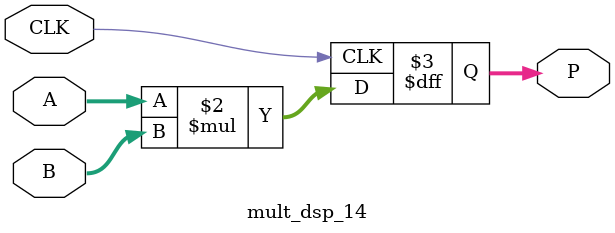
<source format=v>
module mult_dsp_14(
    input                    CLK,
    input      signed [13:0] A,
    input      signed [13:0] B,
    output reg signed [27:0] P
);
    always @ (posedge CLK) begin
        P <= A * B;
    end
endmodule


</source>
